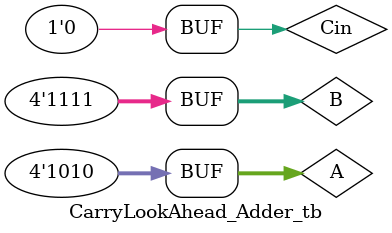
<source format=v>


module CarryLookAhead_Adder(Sum, Cout, A, B, Cin);
	output [3:0]Sum;
	output Cout;
	input [3:0]A,B;
	input Cin;
	wire G0,P0,G1,P1,G2,P2,G3,P3,C1,C2,C3;

assign P0 = A[0]^B[0], P1 = A[1]^B[1], P2 = A[2]^B[2], P3 = A[3]^B[3],
       G0 = A[0]&B[0], G1 = A[1]&B[1], G2 = A[2]&B[2], G3 = A[3]&B[3];
 
assign C1 = G0|(P0&Cin), C2 = G1|(P1&G0)|(P1&P0&Cin), C3 = G2|(P2&G1)|(P2&P1&G0)|(P2&P1&P0&Cin), 
       Cout = G3|(P3&G2)|(P3&P2&G1)|(P3&P2&P1&G0)|(P3&P2&P1&P0&Cin);

assign Sum[0]= P0^Cin, Sum[1]= P1^C1, Sum[2]= P2^C2, Sum[3]= P3^C3;


endmodule 


module CarryLookAhead_Adder_tb();
	wire [3:0]Sum;
	wire Cout;
	reg [3:0]A,B;
	reg Cin;

CarryLookAhead_Adder uut(Sum, Cout, A, B, Cin);

initial begin
	A = 4'd10;
	B = 4'd15;
	Cin = 1'b0;
	A = #50 4'd10;
	B = #50 4'd15;
	Cin = #90 1'b0;

end
endmodule
</source>
